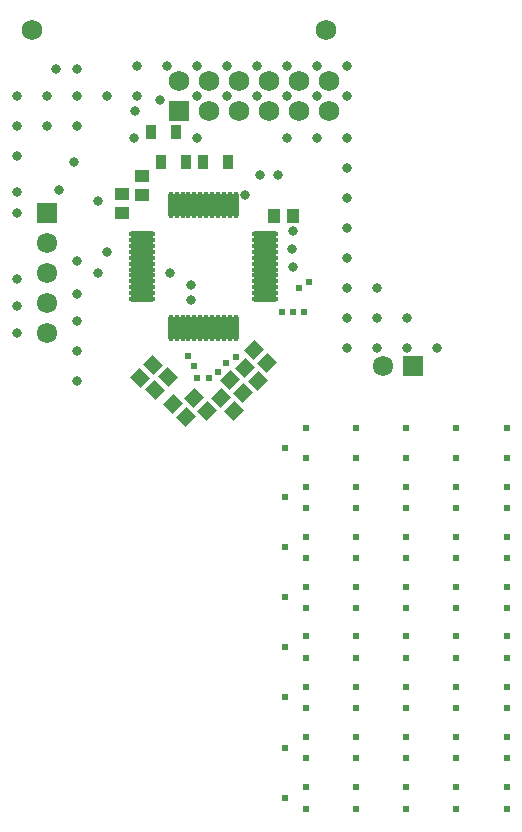
<source format=gbs>
G04*
G04 #@! TF.GenerationSoftware,Altium Limited,Altium Designer,20.0.14 (345)*
G04*
G04 Layer_Color=16711935*
%FSLAX25Y25*%
%MOIN*%
G70*
G01*
G75*
%ADD13R,0.04343X0.04737*%
%ADD16R,0.04737X0.04343*%
%ADD19C,0.06800*%
%ADD20C,0.06784*%
%ADD21R,0.06784X0.06784*%
%ADD22R,0.06902X0.06902*%
%ADD23C,0.06902*%
%ADD24R,0.06784X0.06784*%
%ADD25C,0.02400*%
%ADD26C,0.03200*%
%ADD45R,0.03543X0.04724*%
%ADD48O,0.01981X0.08871*%
%ADD49O,0.08871X0.01981*%
G04:AMPARAMS|DCode=50|XSize=47.37mil|YSize=43.43mil|CornerRadius=0mil|HoleSize=0mil|Usage=FLASHONLY|Rotation=225.000|XOffset=0mil|YOffset=0mil|HoleType=Round|Shape=Rectangle|*
%AMROTATEDRECTD50*
4,1,4,0.00139,0.03210,0.03210,0.00139,-0.00139,-0.03210,-0.03210,-0.00139,0.00139,0.03210,0.0*
%
%ADD50ROTATEDRECTD50*%

G04:AMPARAMS|DCode=51|XSize=47.37mil|YSize=43.43mil|CornerRadius=0mil|HoleSize=0mil|Usage=FLASHONLY|Rotation=135.000|XOffset=0mil|YOffset=0mil|HoleType=Round|Shape=Rectangle|*
%AMROTATEDRECTD51*
4,1,4,0.03210,-0.00139,0.00139,-0.03210,-0.03210,0.00139,-0.00139,0.03210,0.03210,-0.00139,0.0*
%
%ADD51ROTATEDRECTD51*%

D13*
X42000Y-40000D02*
D03*
X35701D02*
D03*
D16*
X-8350Y-26776D02*
D03*
Y-33075D02*
D03*
X-15000Y-32850D02*
D03*
Y-39150D02*
D03*
D19*
X-45000Y22000D02*
D03*
X53000D02*
D03*
D20*
X72000Y-90000D02*
D03*
X-40000Y-79000D02*
D03*
Y-69000D02*
D03*
Y-59000D02*
D03*
Y-49000D02*
D03*
D21*
X82000Y-90000D02*
D03*
D22*
X4000Y-5000D02*
D03*
D23*
X14000D02*
D03*
X24000D02*
D03*
X34000D02*
D03*
X44000D02*
D03*
X54000D02*
D03*
X4000Y5000D02*
D03*
X14000D02*
D03*
X24000D02*
D03*
X34000D02*
D03*
X44000D02*
D03*
X54000D02*
D03*
D24*
X-40000Y-39000D02*
D03*
D25*
X38100Y-72000D02*
D03*
X46284Y-204236D02*
D03*
X9000Y-90000D02*
D03*
X10000Y-94000D02*
D03*
X14000D02*
D03*
X6800Y-86700D02*
D03*
X17000Y-92000D02*
D03*
X19600Y-89200D02*
D03*
X23000Y-87000D02*
D03*
X45500Y-72000D02*
D03*
X47200Y-62200D02*
D03*
X44000Y-64000D02*
D03*
X42000Y-72000D02*
D03*
X39283Y-217314D02*
D03*
Y-150574D02*
D03*
Y-167200D02*
D03*
X46284Y-120949D02*
D03*
X62988D02*
D03*
X113102D02*
D03*
X96398D02*
D03*
X79693D02*
D03*
X62989Y-110634D02*
D03*
X113103D02*
D03*
X96399D02*
D03*
X79694D02*
D03*
X46284D02*
D03*
X79694Y-180276D02*
D03*
X96399D02*
D03*
X113103D02*
D03*
X113102Y-170827D02*
D03*
X39283Y-117322D02*
D03*
X96399Y-130398D02*
D03*
X46284D02*
D03*
X62989D02*
D03*
X79694D02*
D03*
X113103D02*
D03*
X46284Y-137575D02*
D03*
X62988D02*
D03*
X113102D02*
D03*
X96398D02*
D03*
X79693D02*
D03*
X39283Y-133948D02*
D03*
X96399Y-147024D02*
D03*
X46284D02*
D03*
X62989D02*
D03*
X79694D02*
D03*
X113103D02*
D03*
X46284Y-154201D02*
D03*
X62988D02*
D03*
X113102D02*
D03*
X96398D02*
D03*
X79693D02*
D03*
X96399Y-163650D02*
D03*
X46284D02*
D03*
X62989D02*
D03*
X79694D02*
D03*
X113103D02*
D03*
X62988Y-170827D02*
D03*
X96398D02*
D03*
X79693D02*
D03*
X46284Y-180276D02*
D03*
X113102Y-187531D02*
D03*
X96398D02*
D03*
X79693D02*
D03*
X62989Y-180276D02*
D03*
X62988Y-187531D02*
D03*
X113103Y-196980D02*
D03*
X113102Y-204236D02*
D03*
X96399Y-196980D02*
D03*
X96398Y-204236D02*
D03*
X79693D02*
D03*
X62989Y-196980D02*
D03*
X62988Y-204236D02*
D03*
X46284Y-196980D02*
D03*
X113103Y-213685D02*
D03*
X113102Y-220941D02*
D03*
X96399Y-213685D02*
D03*
X96398Y-220941D02*
D03*
X79694Y-213685D02*
D03*
X79693Y-220941D02*
D03*
X62989Y-213685D02*
D03*
X62988Y-220941D02*
D03*
X46284D02*
D03*
X46284Y-213685D02*
D03*
X113103Y-230390D02*
D03*
X113102Y-237646D02*
D03*
X96399Y-230390D02*
D03*
X96398Y-237646D02*
D03*
X79694Y-230390D02*
D03*
X79693Y-237646D02*
D03*
X62989Y-230390D02*
D03*
X62988Y-237646D02*
D03*
X46284D02*
D03*
X46284Y-230390D02*
D03*
X79694Y-196980D02*
D03*
X46284Y-187531D02*
D03*
X39283Y-183904D02*
D03*
Y-200609D02*
D03*
Y-234018D02*
D03*
X46284Y-170827D02*
D03*
D26*
X40000Y-14000D02*
D03*
X42000Y-45000D02*
D03*
Y-57000D02*
D03*
X31000Y-26500D02*
D03*
X26000Y-33000D02*
D03*
X37000Y-26500D02*
D03*
X60000Y-64000D02*
D03*
X-23000Y-59000D02*
D03*
X-36000Y-31500D02*
D03*
X-31000Y-22000D02*
D03*
X-23000Y-35000D02*
D03*
X-30000Y-95000D02*
D03*
Y-85000D02*
D03*
Y-75000D02*
D03*
Y-66000D02*
D03*
Y-55000D02*
D03*
X-37000Y9000D02*
D03*
X-30000D02*
D03*
X-50000Y-39000D02*
D03*
Y-32000D02*
D03*
Y-79000D02*
D03*
Y-70000D02*
D03*
Y-61000D02*
D03*
Y-20000D02*
D03*
X-30000Y-10000D02*
D03*
X-40000D02*
D03*
X-50000D02*
D03*
X-30000Y0D02*
D03*
X-40000D02*
D03*
X-50000D02*
D03*
X-20000D02*
D03*
X-10000D02*
D03*
X60000D02*
D03*
Y10000D02*
D03*
X50000D02*
D03*
X-10000D02*
D03*
X0D02*
D03*
X40000D02*
D03*
X30000D02*
D03*
X20000D02*
D03*
X10000D02*
D03*
Y0D02*
D03*
X20000D02*
D03*
X30000D02*
D03*
X40000D02*
D03*
X50000D02*
D03*
X90000Y-84000D02*
D03*
X80000Y-74000D02*
D03*
Y-84000D02*
D03*
X70000Y-64000D02*
D03*
Y-74000D02*
D03*
Y-84000D02*
D03*
X60000D02*
D03*
Y-74000D02*
D03*
Y-54000D02*
D03*
Y-44000D02*
D03*
Y-34000D02*
D03*
Y-24000D02*
D03*
X-10816Y-5000D02*
D03*
X-11000Y-14000D02*
D03*
X10000D02*
D03*
X60000D02*
D03*
X50000D02*
D03*
X-2500Y-1500D02*
D03*
X1000Y-59000D02*
D03*
X-20000Y-52000D02*
D03*
X8000Y-63000D02*
D03*
Y-68000D02*
D03*
X41700Y-51000D02*
D03*
D45*
X3000Y-12000D02*
D03*
X-5268D02*
D03*
X6134Y-22000D02*
D03*
X-2134D02*
D03*
X20268D02*
D03*
X12000D02*
D03*
D48*
X22827Y-77571D02*
D03*
X20858D02*
D03*
X18890D02*
D03*
X16921D02*
D03*
X14953D02*
D03*
X12984D02*
D03*
X11016D02*
D03*
X9047D02*
D03*
X7079D02*
D03*
X5110D02*
D03*
X3142D02*
D03*
X1173D02*
D03*
Y-36429D02*
D03*
X3142D02*
D03*
X5110D02*
D03*
X7079D02*
D03*
X9047D02*
D03*
X11016D02*
D03*
X12984D02*
D03*
X14953D02*
D03*
X16921D02*
D03*
X18890D02*
D03*
X20858D02*
D03*
X22827D02*
D03*
D49*
X-8571Y-67827D02*
D03*
Y-65858D02*
D03*
Y-63890D02*
D03*
Y-61921D02*
D03*
Y-59953D02*
D03*
Y-57984D02*
D03*
Y-56016D02*
D03*
Y-54047D02*
D03*
Y-52079D02*
D03*
Y-50110D02*
D03*
Y-48142D02*
D03*
Y-46173D02*
D03*
X32571D02*
D03*
Y-48142D02*
D03*
Y-50110D02*
D03*
Y-52079D02*
D03*
Y-54047D02*
D03*
Y-56016D02*
D03*
Y-57984D02*
D03*
Y-59953D02*
D03*
Y-61921D02*
D03*
Y-63890D02*
D03*
Y-65858D02*
D03*
Y-67827D02*
D03*
D50*
X20773Y-94773D02*
D03*
X25227Y-99227D02*
D03*
X25773Y-90773D02*
D03*
X30227Y-95227D02*
D03*
X28773Y-84773D02*
D03*
X33227Y-89227D02*
D03*
X17773Y-100773D02*
D03*
X22227Y-105227D02*
D03*
X8773Y-100773D02*
D03*
X13227Y-105227D02*
D03*
X1773Y-102773D02*
D03*
X6227Y-107227D02*
D03*
D51*
X327Y-93673D02*
D03*
X-4127Y-98127D02*
D03*
X-9227Y-94227D02*
D03*
X-4773Y-89773D02*
D03*
M02*

</source>
